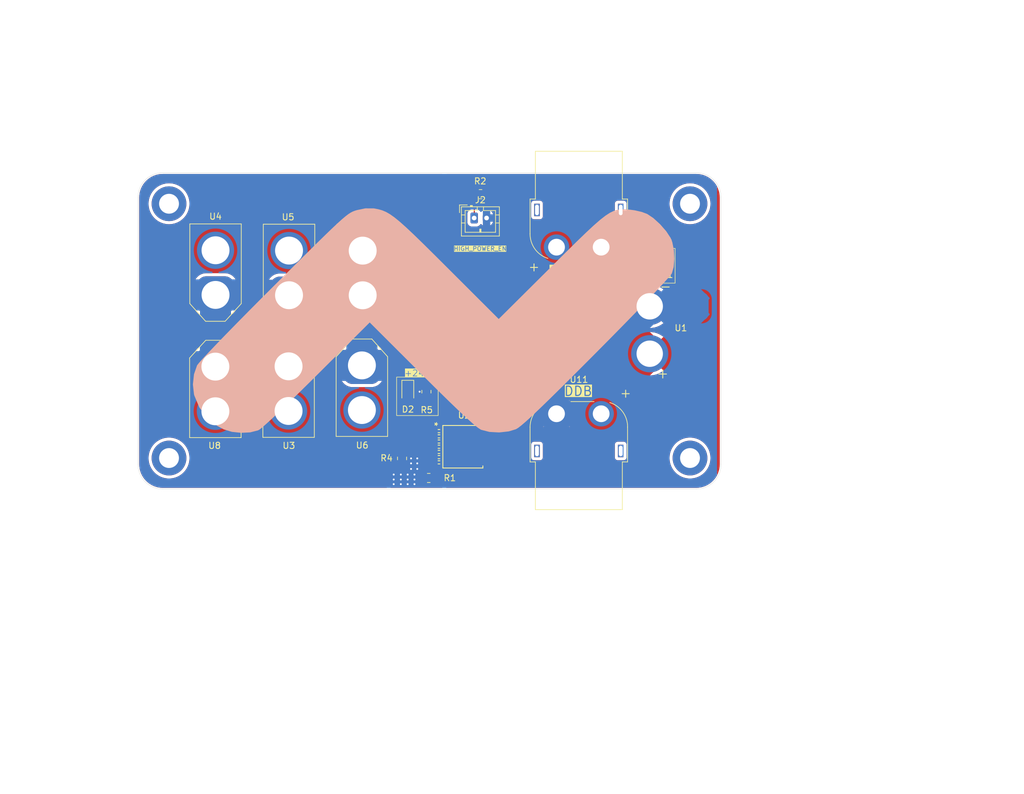
<source format=kicad_pcb>
(kicad_pcb (version 20240108) (generator "pcbnew") (generator_version "8.0")
  (layers (0 "F.Cu" signal) (31 "B.Cu" signal) (34 "B.Paste" user) (35 "F.Paste" user) (36 "B.SilkS" user "B.Silkscreen") (37 "F.SilkS" user "F.Silkscreen") (38 "B.Mask" user) (39 "F.Mask" user) (44 "Edge.Cuts" user))
  (property "AUTHOR" "Marc-Antoine Lépine")
  (property "GROUP_NAME" "Robotique UdeS")
  (property "REVISION" "0")
  (property "TEAM" "ROVUS")
  (net 0 "")
  (net 1 "Net-(D1-A)")
  (net 2 "GND")
  (net 3 "Net-(J2-Pin_1)")
  (net 4 "Net-(D2-A)")
  (net 5 "Net-(U2-CS)")
  (net 6 "Net-(U2-FR_DIAG)")
  (net 7 "+24V_I")
  (net 8 "+24V")
  (footprint "RoverFootprint:AMASS_XT60-F_1x02_P7.20mm_Vertical" (layer "F.Cu") (at 88.426436 77.560919 90)
    (property "Reference" "U7" (at 12.6 -0.05 0) (layer "F.SilkS"))
    (property "Value" "XT60-F")
    (fp_line (start 11.45 -4.15) (end -1.4 -4.15) (stroke (width 0.12)) (layer "F.SilkS"))
    (fp_line (start -1.4 -4.15) (end -4.25 -1.6) (stroke (width 0.12)) (layer "F.SilkS"))
    (fp_line (start -4.25 -1.6) (end -4.25 1.55) (stroke (width 0.12)) (layer "F.SilkS"))
    (fp_line (start -4.25 1.55) (end -1.4 4.15) (stroke (width 0.12)) (layer "F.SilkS"))
    (fp_line (start 11.45 4.15) (end 11.45 -4.15) (stroke (width 0.12)) (layer "F.SilkS"))
    (fp_line (start -1.4 4.15) (end 11.45 4.15) (stroke (width 0.12)) (layer "F.SilkS"))
    (pad "1" thru_hole roundrect (at 0 0 90) (size 6 6) (drill 4.5) (layers "*.Cu" "*.Mask") (net 2 "GND"))
    (pad "2" thru_hole circle (at 7.2 0 90) (size 6 6) (drill 4.5) (layers "*.Cu" "*.Mask") (net 8 "+24V"))
  )
  (footprint "Resistor_SMD:R_0805_2012Metric_Pad1.20x1.40mm_HandSolder" (layer "F.Cu") (at 134.501437 71.610919 180)
    (property "Reference" "R3" (at -3.148563 -0.05 180) (layer "F.SilkS"))
    (property "Value" "1K")
    (fp_line (start -0.227064 0.735) (end 0.227064 0.735) (stroke (width 0.12)) (layer "F.SilkS"))
    (fp_line (start -0.227064 -0.735) (end 0.227064 -0.735) (stroke (width 0.12)) (layer "F.SilkS"))
    (pad "1" smd roundrect (at -1 0 180) (size 1.2 1.4) (layers "F.Cu" "F.Paste" "F.Mask") (roundrect_rratio 0.208333) (net 7 "+24V_I"))
    (pad "2" smd roundrect (at 1 0 180) (size 1.2 1.4) (layers "F.Cu" "F.Paste" "F.Mask") (roundrect_rratio 0.208333) (net 1 "Net-(D1-A)"))
  )
  (footprint "RoverFootprint:AMASS_XT60-F_1x02_P7.20mm_Vertical" (layer "F.Cu") (at 76.476436 89.010919 -90)
    (property "Reference" "U3" (at 12.789081 -0.05 0) (layer "F.SilkS"))
    (property "Value" "XT60-F")
    (fp_line (start -1.4 4.15) (end 11.45 4.15) (stroke (width 0.12)) (layer "F.SilkS"))
    (fp_line (start 11.45 4.15) (end 11.45 -4.15) (stroke (width 0.12)) (layer "F.SilkS"))
    (fp_line (start -4.25 1.55) (end -1.4 4.15) (stroke (width 0.12)) (layer "F.SilkS"))
    (fp_line (start -4.25 -1.6) (end -4.25 1.55) (stroke (width 0.12)) (layer "F.SilkS"))
    (fp_line (start -1.4 -4.15) (end -4.25 -1.6) (stroke (width 0.12)) (layer "F.SilkS"))
    (fp_line (start 11.45 -4.15) (end -1.4 -4.15) (stroke (width 0.12)) (layer "F.SilkS"))
    (pad "1" thru_hole roundrect (at 0 0 270) (size 6 6) (drill 4.5) (layers "*.Cu" "*.Mask") (net 2 "GND"))
    (pad "2" thru_hole circle (at 7.2 0 270) (size 6 6) (drill 4.5) (layers "*.Cu" "*.Mask") (net 8 "+24V"))
  )
  (footprint "RoverFootprint:OCTAPACK_VN7004_STM-M" (layer "F.Cu") (at 104.573137 101.975519 -90)
    (property "Reference" "U2" (at -5.05295 -0.2245 0) (layer "F.SilkS"))
    (property "Value" "HSS-VN7004SLHTR")
    (fp_line (start -2.7686 3.7084) (end -2.7686 3.9878) (stroke (width 0.1524)) (layer "F.SilkS"))
    (fp_line (start -2.2606 3.7084) (end -2.2606 3.9878) (stroke (width 0.1524)) (layer "F.SilkS"))
    (fp_line (start -1.9304 3.7084) (end -1.9304 3.9878) (stroke (width 0.1524)) (layer "F.SilkS"))
    (fp_line (start -1.4224 3.7084) (end -1.4224 3.9878) (stroke (width 0.1524)) (layer "F.SilkS"))
    (fp_line (start -1.0922 3.7084) (end -1.0922 3.9878) (stroke (width 0.1524)) (layer "F.SilkS"))
    (fp_line (start -0.5842 3.7084) (end -0.5842 3.9878) (stroke (width 0.1524)) (layer "F.SilkS"))
    (fp_line (start -0.254 3.7084) (end -0.254 3.9878) (stroke (width 0.1524)) (layer "F.SilkS"))
    (fp_line (start 0.254 3.7084) (end 0.254 3.9878) (stroke (width 0.1524)) (layer "F.SilkS"))
    (fp_line (start 0.5842 3.7084) (end 0.5842 3.9878) (stroke (width 0.1524)) (layer "F.SilkS"))
    (fp_line (start 1.0922 3.7084) (end 1.0922 3.9878) (stroke (width 0.1524)) (layer "F.SilkS"))
    (fp_line (start 1.4224 3.7084) (end 1.4224 3.9878) (stroke (width 0.1524)) (layer "F.SilkS"))
    (fp_line (start 1.9304 3.7084) (end 1.9304 3.9878) (stroke (width 0.1524)) (layer "F.SilkS"))
    (fp_line (start 2.2606 3.7084) (end 2.2606 3.9878) (stroke (width 0.1524)) (layer "F.SilkS"))
    (fp_line (start 2.7686 3.7084) (end 2.7686 3.9878) (stroke (width 0.1524)) (layer "F.SilkS"))
    (fp_line (start -3.429 3.2258) (end 3.429 3.2258) (stroke (width 0.1524)) (layer "F.SilkS"))
    (fp_line (start 3.429 3.2258) (end 3.429 -3.2258) (stroke (width 0.1524)) (layer "F.SilkS"))
    (fp_line (start -3.429 -3.2258) (end -3.429 3.2258) (stroke (width 0.1524)) (layer "F.SilkS"))
    (fp_line (start -3.08864 -3.2258) (end -3.429 -3.2258) (stroke (width 0.1524)) (layer "F.SilkS"))
    (fp_line (start 3.429 -3.2258) (end 3.08864 -3.2258) (stroke (width 0.1524)) (layer "F.SilkS"))
    (fp_text user "*" (at -3.65295 4.6255 -90) (layer "F.SilkS"))
    (pad "1" smd rect (at -2.5146 5.3467 270) (size 0.5588 2.0066) (layers "F.Cu" "F.Paste" "F.Mask") (net 8 "+24V"))
    (pad "2" smd rect (at -1.6764 5.3467 270) (size 0.5588 2.0066) (layers "F.Cu" "F.Paste" "F.Mask") (net 8 "+24V"))
    (pad "3" smd rect (at -0.8382 5.3467 270) (size 0.5588 2.0066) (layers "F.Cu" "F.Paste" "F.Mask") (net 8 "+24V"))
    (pad "4" smd rect (at 0 5.3467 270) (size 0.5588 2.0066) (layers "F.Cu" "F.Paste" "F.Mask") (net 3 "Net-(J2-Pin_1)"))
    (pad "5" smd rect (at 0.8382 5.3467 270) (size 0.5588 2.0066) (layers "F.Cu" "F.Paste" "F.Mask") (net 5 "Net-(U2-CS)"))
    (pad "6" smd rect (at 1.6764 5.3467 270) (size 0.5588 2.0066) (layers "F.Cu" "F.Paste" "F.Mask") (net 6 "Net-(U2-FR_DIAG)"))
    (pad "7" smd rect (at 2.5146 5.3467 270) (size 0.5588 2.0066) (layers "F.Cu" "F.Paste" "F.Mask") (net 2 "GND"))
    (pad "8" smd rect (at -0.00295 -1.3737 270) (size 5.5059 6.2526) (layers "F.Cu" "F.Paste" "F.Mask") (net 7 "+24V_I"))
  )
  (footprint "RoverFootprint:AMASS_XT60PW-F_1x02_P7.20mm_Horizontal" (layer "F.Cu") (at 126.876437 69.800919)
    (property "Reference" "U12" (at -3.026437 5.649081 0) (layer "F.SilkS"))
    (property "Value" "XT60PM-F")
    (fp_line (start -11.46 -7.76) (end -11.46 -2.15) (stroke (width 0.12)) (layer "F.SilkS"))
    (fp_line (start -11.46 -7.76) (end -10.61 -7.76) (stroke (width 0.12)) (layer "F.SilkS"))
    (fp_line (start -10.61 -15.46) (end -10.61 -7.76) (stroke (width 0.12)) (layer "F.SilkS"))
    (fp_line (start -10.61 -15.46) (end 3.41 -15.46) (stroke (width 0.12)) (layer "F.SilkS"))
    (fp_line (start -6.05 1.96) (end -2.31 1.96) (stroke (width 0.12)) (layer "F.SilkS"))
    (fp_line (start 3.41 -15.46) (end 3.41 -7.76) (stroke (width 0.12)) (layer "F.SilkS"))
    (fp_line (start 3.41 -7.76) (end 4.26 -7.76) (stroke (width 0.12)) (layer "F.SilkS"))
    (fp_line (start 4.26 -7.76) (end 4.26 -2.15) (stroke (width 0.12)) (layer "F.SilkS"))
    (fp_arc (start -8.5899 1.808718) (mid -10.677645 0.302568) (end -11.46 -2.15) (stroke (width 0.12)) (layer "F.SilkS"))
    (fp_arc (start 4.26 -2.15) (mid 3.727162 -0.126139) (end 2.266806 1.372958) (stroke (width 0.12)) (layer "F.SilkS"))
    (fp_text user "+" (at -10.826437 3.149081 0) (layer "F.SilkS") (effects (font (size 1.5 1.5))))
    (fp_text user "-" (at 3.973563 2.799081 0) (layer "F.SilkS"))
    (pad "" thru_hole rect (at -10.35 -6) (size 0.9 2) (drill oval 0.6 1.7) (layers "*.Cu" "*.Mask"))
    (pad "" thru_hole rect (at 3.15 -6) (size 0.9 2) (drill oval 0.6 1.7) (layers "*.Cu" "*.Mask"))
    (pad "1" thru_hole roundrect (at 0 0) (size 4.1 4.1) (drill 2.7) (layers "*.Cu" "*.Mask") (net 2 "GND"))
    (pad "2" thru_hole circle (at -7.2 0) (size 4.1 4.1) (drill 2.7) (layers "*.Cu" "*.Mask") (net 7 "+24V_I"))
  )
  (footprint "MountingHole:MountingHole_3.2mm_M3_DIN965_Pad_TopBottom" (layer "F.Cu") (at 57.2 103.8)
    (property "Reference" "H4" (hide yes))
    (property "Value" "MountingHole_Pad")
    (pad "1" thru_hole circle (at 0 0) (size 3.6 3.6) (drill 3.2) (layers "*.Cu" "*.Mask"))
    (pad "1" connect circle (at 0 0) (size 5.6 5.6) (layers "F.Cu" "F.Mask"))
    (pad "1" connect circle (at 0 0) (size 5.6 5.6) (layers "B.Cu" "B.Mask"))
  )
  (footprint "Resistor_SMD:R_0805_2012Metric_Pad1.20x1.40mm_HandSolder" (layer "F.Cu") (at 98.7 93.1 -90)
    (property "Reference" "R5" (at 2.95 -0.05 180) (layer "F.SilkS"))
    (property "Value" "1K")
    (fp_line (start -0.227064 0.735) (end 0.227064 0.735) (stroke (width 0.12)) (layer "F.SilkS"))
    (fp_line (start -0.227064 -0.735) (end 0.227064 -0.735) (stroke (width 0.12)) (layer "F.SilkS"))
    (pad "1" smd roundrect (at -1 0 270) (size 1.2 1.4) (layers "F.Cu" "F.Paste" "F.Mask") (roundrect_rratio 0.208333) (net 8 "+24V"))
    (pad "2" smd roundrect (at 1 0 270) (size 1.2 1.4) (layers "F.Cu" "F.Paste" "F.Mask") (roundrect_rratio 0.208333) (net 4 "Net-(D2-A)"))
  )
  (footprint "MountingHole:MountingHole_3.2mm_M3_DIN965_Pad_TopBottom" (layer "F.Cu") (at 141.2 103.8)
    (property "Reference" "H2" (hide yes))
    (property "Value" "MountingHole_Pad")
    (pad "1" thru_hole circle (at 0 0) (size 3.6 3.6) (drill 3.2) (layers "*.Cu" "*.Mask"))
    (pad "1" connect circle (at 0 0) (size 5.6 5.6) (layers "F.Cu" "F.Mask"))
    (pad "1" connect circle (at 0 0) (size 5.6 5.6) (layers "B.Cu" "B.Mask"))
  )
  (footprint "Resistor_SMD:R_0805_2012Metric_Pad1.20x1.40mm_HandSolder" (layer "F.Cu") (at 94.776436 103.860919 -90)
    (property "Reference" "R4" (at -0.05 2.5 0) (layer "F.SilkS"))
    (property "Value" "15k")
    (fp_line (start -0.227064 0.735) (end 0.227064 0.735) (stroke (width 0.12)) (layer "F.SilkS"))
    (fp_line (start -0.227064 -0.735) (end 0.227064 -0.735) (stroke (width 0.12)) (layer "F.SilkS"))
    (pad "1" smd roundrect (at -1 0 270) (size 1.2 1.4) (layers "F.Cu" "F.Paste" "F.Mask") (roundrect_rratio 0.208333) (net 5 "Net-(U2-CS)"))
    (pad "2" smd roundrect (at 1 0 270) (size 1.2 1.4) (layers "F.Cu" "F.Paste" "F.Mask") (roundrect_rratio 0.208333) (net 2 "GND"))
  )
  (footprint "MountingHole:MountingHole_3.2mm_M3_DIN965_Pad_TopBottom" (layer "F.Cu") (at 141.2 62.8)
    (property "Reference" "H1" (hide yes))
    (property "Value" "MountingHole_Pad")
    (pad "1" thru_hole circle (at 0 0) (size 3.6 3.6) (drill 3.2) (layers "*.Cu" "*.Mask"))
    (pad "1" connect circle (at 0 0) (size 5.6 5.6) (layers "F.Cu" "F.Mask"))
    (pad "1" connect circle (at 0 0) (size 5.6 5.6) (layers "B.Cu" "B.Mask"))
  )
  (footprint "Connector_JST:JST_PH_B2B-PH-K_1x02_P2.00mm_Vertical" (layer "F.Cu") (at 106.4 65.1)
    (property "Reference" "J2" (at 1 -2.9 0) (layer "F.SilkS"))
    (property "Value" "JST-PH-S2B")
    (fp_line (start -2.36 -2.11) (end -2.36 -0.86) (stroke (width 0.12)) (layer "F.SilkS"))
    (fp_line (start -2.06 -1.81) (end -2.06 2.91) (stroke (width 0.12)) (layer "F.SilkS"))
    (fp_line (start -2.06 -0.5) (end -1.45 -0.5) (stroke (width 0.12)) (layer "F.SilkS"))
    (fp_line (start -2.06 0.8) (end -1.45 0.8) (stroke (width 0.12)) (layer "F.SilkS"))
    (fp_line (start -2.06 2.91) (end 4.06 2.91) (stroke (width 0.12)) (layer "F.SilkS"))
    (fp_line (start -1.45 -1.2) (end -1.45 2.3) (stroke (width 0.12)) (layer "F.SilkS"))
    (fp_line (start -1.45 2.3) (end 3.45 2.3) (stroke (width 0.12)) (layer "F.SilkS"))
    (fp_line (start -1.11 -2.11) (end -2.36 -2.11) (stroke (width 0.12)) (layer "F.SilkS"))
    (fp_line (start -0.6 -2.01) (end -0.6 -1.81) (stroke (width 0.12)) (layer "F.SilkS"))
    (fp_line (start -0.3 -2.01) (end -0.6 -2.01) (stroke (width 0.12)) (layer "F.SilkS"))
    (fp_line (start -0.3 -1.91) (end -0.6 -1.91) (stroke (width 0.12)) (layer "F.SilkS"))
    (fp_line (start -0.3 -1.81) (end -0.3 -2.01) (stroke (width 0.12)) (layer "F.SilkS"))
    (fp_line (start 0.5 -1.81) (end 0.5 -1.2) (stroke (width 0.12)) (layer "F.SilkS"))
    (fp_line (start 0.5 -1.2) (end -1.45 -1.2) (stroke (width 0.12)) (layer "F.SilkS"))
    (fp_line (start 0.9 1.8) (end 1.1 1.8) (stroke (width 0.12)) (layer "F.SilkS"))
    (fp_line (start 0.9 2.3) (end 0.9 1.8) (stroke (width 0.12)) (layer "F.SilkS"))
    (fp_line (start 1 2.3) (end 1 1.8) (stroke (width 0.12)) (layer "F.SilkS"))
    (fp_line (start 1.1 1.8) (end 1.1 2.3) (stroke (width 0.12)) (layer "F.SilkS"))
    (fp_line (start 1.5 -1.2) (end 1.5 -1.81) (stroke (width 0.12)) (layer "F.SilkS"))
    (fp_line (start 3.45 -1.2) (end 1.5 -1.2) (stroke (width 0.12)) (layer "F.SilkS"))
    (fp_line (start 3.45 2.3) (end 3.45 -1.2) (stroke (width 0.12)) (layer "F.SilkS"))
    (fp_line (start 4.06 -1.81) (end -2.06 -1.81) (stroke (width 0.12)) (layer "F.SilkS"))
    (fp_line (start 4.06 -0.5) (end 3.45 -0.5) (stroke (width 0.12)) (layer "F.SilkS"))
    (fp_line (start 4.06 0.8) (end 3.45 0.8) (stroke (width 0.12)) (layer "F.SilkS"))
    (fp_line (start 4.06 2.91) (end 4.06 -1.81) (stroke (width 0.12)) (layer "F.SilkS"))
    (pad "1" thru_hole roundrect (at 0 0) (size 1.2 1.75) (drill 0.75) (layers "*.Cu" "*.Mask") (roundrect_rratio 0.208333) (net 3 "Net-(J2-Pin_1)"))
    (pad "2" thru_hole oval (at 2 0) (size 1.2 1.75) (drill 0.75) (layers "*.Cu" "*.Mask") (net 2 "GND"))
  )
  (footprint "MountingHole:MountingHole_3.2mm_M3_DIN965_Pad_TopBottom" (layer "F.Cu") (at 57.2 62.8)
    (property "Reference" "H3" (hide yes))
    (property "Value" "MountingHole_Pad")
    (pad "1" thru_hole circle (at 0 0) (size 3.6 3.6) (drill 3.2) (layers "*.Cu" "*.Mask"))
    (pad "1" connect circle (at 0 0) (size 5.6 5.6) (layers "F.Cu" "F.Mask"))
    (pad "1" connect circle (at 0 0) (size 5.6 5.6) (layers "B.Cu" "B.Mask"))
  )
  (footprint "RoverFootprint:AMASS_XT60-F_1x02_P7.20mm_Vertical" (layer "F.Cu") (at 76.55 77.55 90)
    (property "Reference" "U5" (at 12.6 -0.15 0) (layer "F.SilkS"))
    (property "Value" "XT60-F")
    (fp_line (start 11.45 -4.15) (end -1.4 -4.15) (stroke (width 0.12)) (layer "F.SilkS"))
    (fp_line (start -1.4 -4.15) (end -4.25 -1.6) (stroke (width 0.12)) (layer "F.SilkS"))
    (fp_line (start -4.25 -1.6) (end -4.25 1.55) (stroke (width 0.12)) (layer "F.SilkS"))
    (fp_line (start -4.25 1.55) (end -1.4 4.15) (stroke (width 0.12)) (layer "F.SilkS"))
    (fp_line (start 11.45 4.15) (end 11.45 -4.15) (stroke (width 0.12)) (layer "F.SilkS"))
    (fp_line (start -1.4 4.15) (end 11.45 4.15) (stroke (width 0.12)) (layer "F.SilkS"))
    (pad "1" thru_hole roundrect (at 0 0 90) (size 6 6) (drill 4.5) (layers "*.Cu" "*.Mask") (net 2 "GND"))
    (pad "2" thru_hole circle (at 7.2 0 90) (size 6 6) (drill 4.5) (layers "*.Cu" "*.Mask") (net 8 "+24V"))
  )
  (footprint "RoverFootprint:AMASS_XT60-F_1x02_P7.20mm_Vertical" (layer "F.Cu") (at 88.3 88.860919 -90)
    (property "Reference" "U6" (at 12.889081 -0.05 0) (layer "F.SilkS"))
    (property "Value" "XT60-F")
    (fp_line (start -1.4 4.15) (end 11.45 4.15) (stroke (width 0.12)) (layer "F.SilkS"))
    (fp_line (start 11.45 4.15) (end 11.45 -4.15) (stroke (width 0.12)) (layer "F.SilkS"))
    (fp_line (start -4.25 1.55) (end -1.4 4.15) (stroke (width 0.12)) (layer "F.SilkS"))
    (fp_line (start -4.25 -1.6) (end -4.25 1.55) (stroke (width 0.12)) (layer "F.SilkS"))
    (fp_line (start -1.4 -4.15) (end -4.25 -1.6) (stroke (width 0.12)) (layer "F.SilkS"))
    (fp_line (start 11.45 -4.15) (end -1.4 -4.15) (stroke (width 0.12)) (layer "F.SilkS"))
    (pad "1" thru_hole roundrect (at 0 0 270) (size 6 6) (drill 4.5) (layers "*.Cu" "*.Mask") (net 2 "GND"))
    (pad "2" thru_hole circle (at 7.2 0 270) (size 6 6) (drill 4.5) (layers "*.Cu" "*.Mask") (net 8 "+24V"))
  )
  (footprint "RoverFootprint:AMASS_XT60PW-F_1x02_P7.20mm_Horizontal" (layer "F.Cu") (at 119.676437 96.660919 180)
    (property "Reference" "U11" (at -3.623563 5.510919 0) (layer "F.SilkS"))
    (property "Value" "XT60PM-F")
    (fp_line (start 4.26 -7.76) (end 4.26 -2.15) (stroke (width 0.12)) (layer "F.SilkS"))
    (fp_line (start 3.41 -7.76) (end 4.26 -7.76) (stroke (width 0.12)) (layer "F.SilkS"))
    (fp_line (start 3.41 -15.46) (end 3.41 -7.76) (stroke (width 0.12)) (layer "F.SilkS"))
    (fp_line (start -6.05 1.96) (end -2.31 1.96) (stroke (width 0.12)) (layer "F.SilkS"))
    (fp_line (start -10.61 -15.46) (end 3.41 -15.46) (stroke (width 0.12)) (layer "F.SilkS"))
    (fp_line (start -10.61 -15.46) (end -10.61 -7.76) (stroke (width 0.12)) (layer "F.SilkS"))
    (fp_line (start -11.46 -7.76) (end -10.61 -7.76) (stroke (width 0.12)) (layer "F.SilkS"))
    (fp_line (start -11.46 -7.76) (end -11.46 -2.15) (stroke (width 0.12)) (layer "F.SilkS"))
    (fp_arc (start 4.26 -2.15) (mid 3.727162 -0.126139) (end 2.266806 1.372958) (stroke (width 0.12)) (layer "F.SilkS"))
    (fp_arc (start -8.5899 1.808718) (mid -10.677645 0.302568) (end -11.46 -2.15) (stroke (width 0.12)) (layer "F.SilkS"))
    (fp_text user "-" (at 4.05 3 0) (layer "F.SilkS"))
    (fp_text user "+" (at -11.15 3.35 0) (layer "F.SilkS") (effects (font (size 1.5 1.5))))
    (pad "" thru_hole rect (at -10.35 -6 180) (size 0.9 2) (drill oval 0.6 1.7) (layers "*.Cu" "*.Mask"))
    (pad "" thru_hole rect (at 3.15 -6 180) (size 0.9 2) (drill oval 0.6 1.7) (layers "*.Cu" "*.Mask"))
    (pad "1" thru_hole roundrect (at 0 0 180) (size 4.1 4.1) (drill 2.7) (layers "*.Cu" "*.Mask") (net 2 "GND"))
    (pad "2" thru_hole circle (at -7.2 0 180) (size 4.1 4.1) (drill 2.7) (layers "*.Cu" "*.Mask") (net 7 "+24V_I"))
  )
  (footprint "LED_SMD:LED_0805_2012Metric_Pad1.15x1.40mm_HandSolder" (layer "F.Cu") (at 134.451437 74.210919 180)
    (property "Reference" "D1" (at -3.048563 -0.039081 180) (layer "F.SilkS"))
    (property "Value" "R")
    (fp_line (start 1 -0.96) (end -1.86 -0.96) (stroke (width 0.12)) (layer "F.SilkS"))
    (fp_line (start -1.86 0.96) (end 1 0.96) (stroke (width 0.12)) (layer "F.SilkS"))
    (fp_line (start -1.86 -0.96) (end -1.86 0.96) (stroke (width 0.12)) (layer "F.SilkS"))
    (pad "1" smd roundrect (at -1.025 0 180) (size 1.15 1.4) (layers "F.Cu" "F.Paste" "F.Mask") (roundrect_rratio 0.217391) (net 2 "GND"))
    (pad "2" smd roundrect (at 1.025 0 180) (size 1.15 1.4) (layers "F.Cu" "F.Paste" "F.Mask") (roundrect_rratio 0.217391) (net 1 "Net-(D1-A)"))
  )
  (footprint "LED_SMD:LED_0805_2012Metric_Pad1.15x1.40mm_HandSolder" (layer "F.Cu") (at 95.7 93.125 -90)
    (property "Reference" "D2" (at 2.825 -0.025 180) (layer "F.SilkS"))
    (property "Value" "R")
    (fp_line (start -1.86 0.96) (end 1 0.96) (stroke (width 0.12)) (layer "F.SilkS"))
    (fp_line (start -1.86 -0.96) (end -1.86 0.96) (stroke (width 0.12)) (layer "F.SilkS"))
    (fp_line (start 1 -0.96) (end -1.86 -0.96) (stroke (width 0.12)) (layer "F.SilkS"))
    (pad "1" smd roundrect (at -1.025 0 270) (size 1.15 1.4) (layers "F.Cu" "F.Paste" "F.Mask") (roundrect_rratio 0.217391) (net 2 "GND"))
    (pad "2" smd roundrect (at 1.025 0 270) (size 1.15 1.4) (layers "F.Cu" "F.Paste" "F.Mask") (roundrect_rratio 0.217391) (net 4 "Net-(D2-A)"))
  )
  (footprint "Resistor_SMD:R_0805_2012Metric_Pad1.20x1.40mm_HandSolder" (layer "F.Cu") (at 107.426437 61.260919)
    (property "Reference" "R2" (at -0.05 -2.1 0) (layer "F.SilkS"))
    (property "Value" "15k")
    (fp_line (start -0.227064 -0.735) (end 0.227064 -0.735) (stroke (width 0.12)) (layer "F.SilkS"))
    (fp_line (start -0.227064 0.735) (end 0.227064 0.735) (stroke (width 0.12)) (layer "F.SilkS"))
    (pad "1" smd roundrect (at -1 0) (size 1.2 1.4) (layers "F.Cu" "F.Paste" "F.Mask") (roundrect_rratio 0.208333) (net 3 "Net-(J2-Pin_1)"))
    (pad "2" smd roundrect (at 1 0) (size 1.2 1.4) (layers "F.Cu" "F.Paste" "F.Mask") (roundrect_rratio 0.208333) (net 2 "GND"))
  )
  (footprint "RoverFootprint:AMASS_XT60-F_1x02_P7.20mm_Vertical" (layer "F.Cu") (at 64.7 77.5 90)
    (property "Reference" "U4" (at 12.65 0 0) (layer "F.SilkS"))
    (property "Value" "XT60-F")
    (fp_line (start 11.45 -4.15) (end -1.4 -4.15) (stroke (width 0.12)) (layer "F.SilkS"))
    (fp_line (start -1.4 -4.15) (end -4.25 -1.6) (stroke (width 0.12)) (layer "F.SilkS"))
    (fp_line (start -4.25 -1.6) (end -4.25 1.55) (stroke (width 0.12)) (layer "F.SilkS"))
    (fp_line (start -4.25 1.55) (end -1.4 4.15) (stroke (width 0.12)) (layer "F.SilkS"))
    (fp_line (start 11.45 4.15) (end 11.45 -4.15) (stroke (width 0.12)) (layer "F.SilkS"))
    (fp_line (start -1.4 4.15) (end 11.45 4.15) (stroke (width 0.12)) (layer "F.SilkS"))
    (pad "1" thru_hole roundrect (at 0 0 90) (size 6 6) (drill 4.5) (layers "*.Cu" "*.Mask") (net 2 "GND"))
    (pad "2" thru_hole circle (at 7.2 0 90) (size 6 6) (drill 4.5) (layers "*.Cu" "*.Mask") (net 8 "+24V"))
  )
  (footprint "RoverFootprint:EC5" (layer "F.Cu") (at 144.197337 91.019919 180)
    (property "Reference" "U1" (at 4.468 8.184 0) (layer "F.SilkS"))
    (property "Value" "EC5_Connector")
    (fp_line (start 7.3908 0.12045) (end 7.3908 1.40315) (stroke (width 0.15)) (layer "F.SilkS"))
    (fp_line (start 6.7939 0.7618) (end 7.9877 0.7618) (stroke (width 0.15)) (layer "F.SilkS"))
    (fp_line (start 6.3494 14.793) (end 7.5432 14.793) (stroke (width 0.15)) (layer "F.SilkS"))
    (pad "1" smd roundrect (at 4.2418 4.0386 180) (size 8.5 4.5) (layers "F.Cu" "F.Paste" "F.Mask") (net 7 "+24V_I"))
    (pad "1" thru_hole circle (at 9.4918 4.0386 180) (size 6 6) (drill 4.25) (layers "*.Cu" "*.Mask") (net 7 "+24V_I"))
    (pad "2" smd roundrect (at 4.2418 11.684 180) (size 8.5 4.5) (layers "B.Cu" "B.Paste" "B.Mask") (net 2 "GND"))
    (pad "2" thru_hole circle (at 9.491 11.684 180) (size 6 6) (drill 4.25) (layers "*.Cu" "*.Mask") (net 2 "GND"))
  )
  (footprint "RoverFootprint:AMASS_XT60-F_1x02_P7.20mm_Vertical" (layer "F.Cu") (at 64.676436 89.060919 -90)
    (property "Reference" "U8" (at 12.739081 0.126436 0) (layer "F.SilkS"))
    (property "Value" "XT60-F")
    (fp_line (start -1.4 4.15) (end 11.45 4.15) (stroke (width 0.12)) (layer "F.SilkS"))
    (fp_line (start 11.45 4.15) (end 11.45 -4.15) (stroke (width 0.12)) (layer "F.SilkS"))
    (fp_line (start -4.25 1.55) (end -1.4 4.15) (stroke (width 0.12)) (layer "F.SilkS"))
    (fp_line (start -4.25 -1.6) (end -4.25 1.55) (stroke (width 0.12)) (layer "F.SilkS"))
    (fp_line (start -1.4 -4.15) (end -4.25 -1.6) (stroke (width 0.12)) (layer "F.SilkS"))
    (fp_line (start 11.45 -4.15) (end -1.4 -4.15) (stroke (width 0.12)) (layer "F.SilkS"))
    (pad "1" thru_hole roundrect (at 0 0 270) (size 6 6) (drill 4.5) (layers "*.Cu" "*.Mask") (net 2 "GND"))
    (pad "2" thru_hole circle (at 7.2 0 270) (size 6 6) (drill 4.5) (layers "*.Cu" "*.Mask") (net 8 "+24V"))
  )
  (footprint "Resistor_SMD:R_0805_2012Metric_Pad1.20x1.40mm_HandSolder" (layer "F.Cu") (at 99.076436 107.010919 180)
    (property "Reference" "R1" (at -3.4 0 0) (layer "F.SilkS"))
    (property "Value" "15k")
    (fp_line (start -0.227064 0.735) (end 0.227064 0.735) (stroke (width 0.12)) (layer "F.SilkS"))
    (fp_line (start -0.227064 -0.735) (end 0.227064 -0.735) (stroke (width 0.12)) (layer "F.SilkS"))
    (pad "1" smd roundrect (at -1 0 180) (size 1.2 1.4) (layers "F.Cu" "F.Paste" "F.Mask") (roundrect_rratio 0.208333) (net 6 "Net-(U2-FR_DIAG)"))
    (pad "2" smd roundrect (at 1 0 180) (size 1.2 1.4) (layers "F.Cu" "F.Paste" "F.Mask") (roundrect_rratio 0.208333) (net 2 "GND"))
  )
  (footprint "LOGO" (layer "B.Cu") (at 100.1 81.8 90)
    (property "Reference" "G***" (hide yes))
    (property "Value" "LOGO" (hide yes))
    (fp_poly (pts (xy 11.532677 38.499468) (xy 12.804717 38.246738) (xy 13.473977 37.985538) (xy 14.573917 37.262368) (xy 15.706707 36.270808) (xy 16.697267 35.181658) (xy 17.352287 34.202008) (xy 17.681167 33.317458) (xy 17.941027 32.190478) (xy 18.041987 31.420788) (xy 18.092837 30.696278) (xy 18.099947 30.054448) (xy 18.032907 29.453448) (xy 17.861337 28.851368) (xy 17.554847 28.206338) (xy 17.083057 27.476458) (xy 16.415557 26.619858) (xy 15.521977 25.594648) (xy 14.371917 24.358948) (xy 12.934987 22.870868) (xy 11.180797 21.088518) (xy 9.078967 18.970028) (xy 8.816957 18.706348) (xy 0.420347 10.256308) (xy 8.712087 1.953148) (xy 10.825147 -0.167172) (xy 12.587197 -1.950092) (xy 14.032047 -3.437682) (xy 15.193527 -4.671942) (xy 16.105447 -5.694922) (xy 16.801637 -6.548642) (xy 17.315917 -7.275132) (xy 17.682117 -7.916432) (xy 17.934047 -8.514582) (xy 18.105527 -9.111592) (xy 18.230397 -9.749512) (xy 18.256277 -9.907702) (xy 18.258097 -11.245112) (xy 17.976017 -12.598352) (xy 17.875217 -12.930602) (xy 17.754627 -13.248822) (xy 17.585127 -13.584952) (xy 17.337587 -13.970892) (xy 16.982887 -14.438562) (xy 16.491887 -15.019882) (xy 15.835457 -15.746772) (xy 14.984487 -16.651152) (xy 13.909837 -17.764922) (xy 12.582387 -19.120022) (xy 10.972997 -20.748352) (xy 9.052557 -22.681842) (xy 6.791917 -24.952402) (xy 5.719807 -26.028472) (xy 3.607487 -28.140922) (xy 1.585087 -30.148972) (xy -0.311503 -32.017932) (xy -2.046403 -33.713122) (xy -3.583733 -35.199832) (xy -4.887593 -36.443392) (xy -5.922093 -37.409102) (xy -6.651343 -38.062262) (xy -7.039473 -38.368192) (xy -7.053883 -38.376202) (xy -8.494703 -38.874442) (xy -10.133633 -39.047902) (xy -11.720323 -38.873372) (xy -11.902713 -38.825872) (xy -13.843273 -38.010142) (xy -15.504733 -36.754212) (xy -16.823303 -35.113542) (xy -17.382283 -34.060532) (xy -17.775933 -32.761002) (xy -17.936343 -31.275112) (xy -17.860943 -29.811692) (xy -17.547173 -28.579612) (xy -17.452043 -28.372332) (xy -17.163223 -27.985352) (xy -16.532343 -27.262112) (xy -15.601243 -26.246762) (xy -14.411743 -24.983442) (xy -13.005663 -23.516292) (xy -11.424823 -21.889442) (xy -9.711063 -20.147052) (xy -8.556683 -18.984512) (xy -0.142453 -10.542432) (xy -8.570173 -2.096212) (xy -10.872993 0.222648) (xy -12.800803 2.188488) (xy -14.370963 3.819918) (xy -15.600803 5.135558) (xy -16.507703 6.154008) (xy -17.108983 6.893898) (xy -17.422013 7.373828) (xy -17.445953 7.426378) (xy -17.789243 8.760588) (xy -17.874133 10.325428) (xy -17.704583 11.879098) (xy -17.353813 13.032158) (xy -17.134653 13.396508) (xy -16.711043 13.943168) (xy -16.061123 14.695068) (xy -15.162993 15.675128) (xy -13.994793 16.906288) (xy -12.534633 18.411468) (xy -10.760653 20.213598) (xy -8.650953 22.335618) (xy -6.183683 24.800448) (xy -5.026743 25.952168) (xy -2.673903 28.283938) (xy -0.486283 30.435388) (xy 1.507907 32.379608) (xy 3.280497 34.089688) (xy 4.803277 35.538698) (xy 6.048057 36.699738) (xy 6.986647 37.545898) (xy 7.590827 38.050248) (xy 7.780687 38.177398) (xy 8.809507 38.471908) (xy 10.130557 38.576898)) (fill solid) (layer "B.SilkS"))
  )
  (gr_rect (start 132.3 70) (end 138.8 75.6) (stroke (width 0.1)) (fill none) (layer "F.SilkS"))
  (gr_rect (start 93.9 90.75) (end 100.6 96.95) (stroke (width 0.1)) (fill none) (layer "F.SilkS"))
  (gr_line (start 56.2 108.8) (end 142.2 108.8) (stroke (width 0.05)) (layer "Edge.Cuts"))
  (gr_line (start 52.2 104.8) (end 52.2 61.8) (stroke (width 0.05)) (layer "Edge.Cuts"))
  (gr_arc (start 146.2 104.8) (mid 145.028427 107.628427) (end 142.2 108.8) (stroke (width 0.05)) (layer "Edge.Cuts"))
  (gr_line (start 146.2 104.8) (end 146.2 61.8) (stroke (width 0.05)) (layer "Edge.Cuts"))
  (gr_arc (start 56.2 108.8) (mid 53.371573 107.628427) (end 52.2 104.8) (stroke (width 0.05)) (layer "Edge.Cuts"))
  (gr_arc (start 52.2 61.8) (mid 53.371573 58.971573) (end 56.2 57.8) (stroke (width 0.05)) (layer "Edge.Cuts"))
  (gr_line (start 56.2 57.8) (end 142.2 57.8) (stroke (width 0.05)) (layer "Edge.Cuts"))
  (gr_arc (start 142.2 57.8) (mid 145.028427 58.971573) (end 146.2 61.8) (stroke (width 0.05)) (layer "Edge.Cuts"))
  (gr_text "${PROJECTNAME} REV${REVISION}\nby: ${AUTHOR}\n${CURRENT_DATE}\n${GROUP_NAME}\n${TEAM}" (at 115.7 90.4 -0) (layer "B.SilkS") (effects (font (size 1 1) (thickness 0.2) (bold yes)) (justify left bottom mirror)))
  (gr_text "+24V_I " (at 133 69.9 0) (layer "F.SilkS" knockout) (effects (font (size 1 1) (thickness 0.1)) (justify left bottom)))
  (gr_text "DDB" (at 120.8 93.9 0) (layer "F.SilkS" knockout) (effects (font (size 1.5 1.5) (thickness 0.1875)) (justify left bottom)))
  (gr_text "Sélecteur" (at 118.4 74.65 0) (layer "F.SilkS" knockout) (effects (font (size 1.5 1.5) (thickness 0.1875)) (justify left bottom)))
  (gr_text "HIGH_POWER_EN" (at 103.05 70.45 0) (layer "F.SilkS" knockout) (effects (font (size 0.7 0.7) (thickness 0.1)) (justify left bottom)))
  (gr_text "+24V" (at 95.1 90.7 0) (layer "F.SilkS" knockout) (effects (font (size 1 1) (thickness 0.1)) (justify left bottom)))
  (segment (start 133.501437 71.610919) (end 133.501437 74.135919) (width 0.2) (layer "F.Cu") (net 1))
  (segment (start 133.501437 74.135919) (end 133.426437 74.210919) (width 0.2) (layer "F.Cu") (net 1))
  (segment (start 96.7 93.1) (end 97.6 93.1) (width 0.2) (layer "F.Cu") (net 2))
  (segment (start 135.476437 78.565819) (end 134.706337 79.335919) (width 0.2) (layer "F.Cu") (net 2))
  (segment (start 95.7 92.1) (end 96.7 93.1) (width 0.2) (layer "F.Cu") (net 2))
  (segment (start 108.4 65.1) (end 108.4 61.287356) (width 0.2) (layer "F.Cu") (net 2))
  (segment (start 135.476437 74.210919) (end 135.476437 78.565819) (width 0.2) (layer "F.Cu") (net 2))
  (segment (start 108.4 61.287356) (end 108.426437 61.260919) (width 0.2) (layer "F.Cu") (net 2))
  (via (at 96.776436 106.460919) (size 0.7) (drill 0.3) (layers "F.Cu" "B.Cu") (net 2))
  (via (at 95.676436 106.460919) (size 0.7) (drill 0.3) (layers "F.Cu" "B.Cu") (net 2))
  (via (at 93.426436 106.460919) (size 0.7) (drill 0.3) (layers "F.Cu" "B.Cu") (net 2))
  (via (at 95.676436 107.260919) (size 0.7) (drill 0.3) (layers "F.Cu" "B.Cu") (net 2))
  (via (at 94.576436 107.260919) (size 0.7) (drill 0.3) (layers "F.Cu" "B.Cu") (net 2))
  (via (at 94.576436 106.460919) (size 0.7) (drill 0.3) (layers "F.Cu" "B.Cu") (net 2))
  (via (at 97.6 93.1) (size 0.7) (drill 0.3) (layers "F.Cu" "B.Cu") (net 2))
  (via (at 97.226436 104.660919) (size 0.7) (drill 0.3) (layers "F.Cu" "B.Cu") (net 2))
  (via (at 96.226436 105.560919) (size 0.7) (drill 0.3) (layers "F.Cu" "B.Cu") (net 2))
  (via (at 96.226436 104.660919) (size 0.7) (drill 0.3) (layers "F.Cu" "B.Cu") (net 2))
  (via (at 96.226436 103.860919) (size 0.7) (drill 0.3) (layers "F.Cu" "B.Cu") (net 2))
  (via (at 96.776436 107.260919) (size 0.7) (drill 0.3) (layers "F.Cu" "B.Cu") (net 2))
  (via (at 97.226436 105.560919) (size 0.7) (drill 0.3) (layers "F.Cu" "B.Cu") (net 2))
  (via (at 93.426436 108.010919) (size 0.7) (drill 0.3) (layers "F.Cu" "B.Cu") (net 2))
  (via (at 96.776436 108.010919) (size 0.7) (drill 0.3) (layers "F.Cu" "B.Cu") (net 2))
  (via (at 95.676436 108.010919) (size 0.7) (drill 0.3) (layers "F.Cu" "B.Cu") (net 2))
  (via (at 93.426436 107.260919) (size 0.7) (drill 0.3) (layers "F.Cu" "B.Cu") (net 2))
  (via (at 94.576436 108.010919) (size 0.7) (drill 0.3) (layers "F.Cu" "B.Cu") (net 2))
  (via (at 97.226436 103.860919) (size 0.7) (drill 0.3) (layers "F.Cu" "B.Cu") (net 2))
  (segment (start 101.626436 101.610919) (end 101.626436 62.910919) (width 0.2) (layer "F.Cu") (net 3))
  (segment (start 99.226437 101.975519) (end 101.261836 101.975519) (width 0.2) (layer "F.Cu") (net 3))
  (segment (start 101.261836 101.975519) (end 101.626436 101.610919) (width 0.2) (layer "F.Cu") (net 3))
  (segment (start 106.426437 65.073563) (end 106.4 65.1) (width 0.2) (layer "F.Cu") (net 3))
  (segment (start 103.276436 61.260919) (end 106.426437 61.260919) (width 0.2) (layer "F.Cu") (net 3))
  (segment (start 101.626436 62.910919) (end 103.276436 61.260919) (width 0.2) (layer "F.Cu") (net 3))
  (segment (start 106.426437 61.260919) (end 106.426437 65.073563) (width 0.2) (layer "F.Cu") (net 3))
  (segment (start 95.75 94.1) (end 95.7 94.15) (width 0.2) (layer "F.Cu") (net 4))
  (segment (start 98.7 94.1) (end 95.75 94.1) (width 0.2) (layer "F.Cu") (net 4))
  (segment (start 99.179237 102.860919) (end 99.226437 102.813719) (width 0.2) (layer "F.Cu") (net 5))
  (segment (start 94.776436 102.860919) (end 99.179237 102.860919) (width 0.2) (layer "F.Cu") (net 5))
  (segment (start 101.217436 103.651919) (end 99.226437 103.651919) (width 0.2) (layer "F.Cu") (net 6))
  (segment (start 101.526436 106.410919) (end 101.526436 103.960919) (width 0.2) (layer "F.Cu") (net 6))
  (segment (start 100.076436 107.010919) (end 100.926436 107.010919) (width 0.2) (layer "F.Cu") (net 6))
  (segment (start 101.526436 103.960919) (end 101.217436 103.651919) (width 0.2) (layer "F.Cu") (net 6))
  (segment (start 100.926436 107.010919) (end 101.526436 106.410919) (width 0.2) (layer "F.Cu") (net 6))
  (zone (net 2) (net_name "GND") (layer "F.Cu") (priority 2) (connect_pads (clearance 0.5)) (min_thickness 0.25) (fill yes (thermal_gap 0.5) (thermal_bridge_width 5))
    (polygon (pts (xy 101.326436 102.310919) (xy 92.876436 102.310919) (xy 92.876436 108.810919) (xy 101.326436 108.810919)))
  )
  (zone (net 8) (net_name "+24V") (layer "F.Cu") (priority 1) (connect_pads (clearance 0.5)) (min_thickness 0.25) (fill yes (thermal_gap 0.5) (thermal_bridge_width 5))
    (polygon (pts (xy 52.2 108.8) (xy 52.226436 57.810919) (xy 101.326436 57.810919) (xy 101.226436 108.810919)))
  )
  (zone (net 7) (net_name "+24V_I") (layer "F.Cu") (connect_pads (clearance 0.5)) (min_thickness 0.25) (fill yes (thermal_gap 0.5) (thermal_bridge_width 5))
    (polygon (pts (xy 146.2 57.8) (xy 146.2 108.8) (xy 101.826437 108.8) (xy 101.876437 57.760919)))
  )
  (zone (net 2) (net_name "GND") (layer "B.Cu") (priority 3) (connect_pads (clearance 0.5)) (min_thickness 0.25) (fill yes (thermal_gap 0.5) (thermal_bridge_width 5))
    (polygon (pts (xy 52.2 59.65) (xy 52.2 108.75) (xy 145.55 108.7) (xy 145.55 57.75) (xy 52.25 57.8)))
  )
)
</source>
